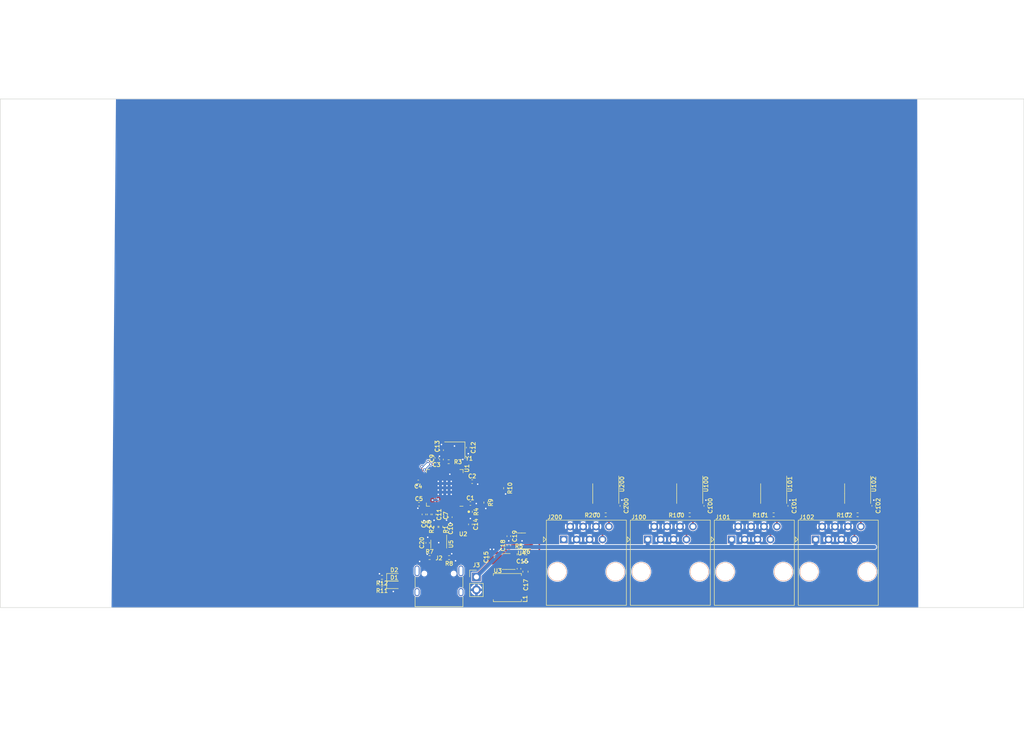
<source format=kicad_pcb>
(kicad_pcb (version 20221018) (generator pcbnew)
  (layers (0 "F.Cu" signal) (31 "B.Cu" signal) (34 "B.Paste" user) (35 "F.Paste" user) (36 "B.SilkS" user "B.Silkscreen") (37 "F.SilkS" user "F.Silkscreen") (38 "B.Mask" user) (39 "F.Mask" user) (44 "Edge.Cuts" user))
  (net 0 "")
  (net 1 "+3V3")
  (net 2 "GND")
  (net 3 "Net-(U4-BP)")
  (net 4 "+5V")
  (net 5 "Net-(D1-K)")
  (net 6 "/ACT1")
  (net 7 "Net-(D2-K)")
  (net 8 "/ACT2")
  (net 9 "/SWCLK")
  (net 10 "/SWDIO")
  (net 11 "Net-(J2-CC1)")
  (net 12 "/USB_RAW_D+")
  (net 13 "/USB_RAW_D-")
  (net 14 "Net-(J2-CC2)")
  (net 16 "VIN")
  (net 17 "/Out_01/DATA+")
  (net 18 "/Out_01/DATA-")
  (net 19 "/USB_D+")
  (net 20 "/USB_D-")
  (net 21 "/DE_IN")
  (net 22 "/DE_ALL")
  (net 23 "/DATA_IN")
  (net 24 "/DATA_00")
  (net 25 "/DATA_01")
  (net 26 "/DATA_02")
  (net 27 "/DATA_03")
  (net 28 "/DATA_04")
  (net 29 "/DATA_05")
  (net 30 "/DATA_06")
  (net 31 "/DATA_07")
  (net 32 "/DATA_08")
  (net 33 "/DATA_09")
  (net 34 "/DATA_10")
  (net 35 "/DATA_11")
  (net 36 "/DATA_12")
  (net 37 "/DATA_13")
  (net 38 "/DATA_14")
  (net 39 "/DATA_15")
  (net 40 "VCORE")
  (net 41 "Net-(U1-XIN)")
  (net 42 "Net-(C13-Pad2)")
  (net 43 "Net-(U3-BS)")
  (net 44 "Net-(U3-SW)")
  (net 45 "Net-(U1-USB_DP)")
  (net 46 "Net-(U1-USB_DM)")
  (net 47 "Net-(U1-XOUT)")
  (net 48 "/FLASH_CS")
  (net 49 "Net-(U3-FB)")
  (net 59 "/FLASH_D3")
  (net 60 "/FLASH_SCK")
  (net 61 "/FLASH_D0")
  (net 62 "/FLASH_D2")
  (net 63 "/FLASH_D1")
  (net 64 "/Out_00/DATA+")
  (net 65 "/Out_00/DATA-")
  (net 66 "/Out_02/DATA+")
  (net 67 "/Out_02/DATA-")
  (net 68 "/In_Conn/PWR")
  (net 69 "/In_Conn/DATA+")
  (net 70 "/In_Conn/DATA-")
  (footprint "Connector_RJ:RJ45_OST_PJ012-8P8CX_Vertical" (layer "F.Cu") (at 108.03 136.61)
    (fp_text reference "J200")
    (fp_text value "RJ45")
  )
  (footprint "Package_DFN_QFN:QFN-56-1EP_7x7mm_P0.4mm_EP3.2x3.2mm" (layer "F.Cu") (at 84.63 126.47 180)
    (fp_text reference "U1")
    (fp_text value "RP2040")
  )
  (footprint "Package_TO_SOT_SMD:SOT-23-6" (layer "F.Cu") (at 96.69 140.94 180)
    (fp_text reference "U3")
    (fp_text value "MT2492")
  )
  (footprint "Capacitor_SMD:C_0402_1005Metric" (layer "F.Cu") (at 84.01 119.06 -90)
    (fp_text reference "C13")
    (fp_text value "27p")
  )
  (footprint "Package_TO_SOT_SMD:SOT-23-5" (layer "F.Cu") (at 99.74 136.9 180)
    (fp_text reference "U4")
    (fp_text value "SPX3819M5-L-3-3")
  )
  (footprint "Capacitor_SMD:C_0402_1005Metric" (layer "F.Cu") (at 99.23 142.37 -90)
    (fp_text reference "C16")
    (fp_text value "22n")
  )
  (footprint "Resistor_SMD:R_0402_1005Metric" (layer "F.Cu") (at 89.66 131.17 90)
    (fp_text reference "R4")
    (fp_text value "100k")
  )
  (footprint "Capacitor_SMD:C_0402_1005Metric" (layer "F.Cu") (at 89.67 129.54)
    (fp_text reference "C1")
    (fp_text value "100n")
  )
  (footprint "Capacitor_SMD:C_0402_1005Metric" (layer "F.Cu") (at 135.97 130.01 90)
    (fp_text reference "C100")
    (fp_text value "100n")
  )
  (footprint "Capacitor_SMD:C_0402_1005Metric" (layer "F.Cu") (at 82.53 131.69 -90)
    (fp_text reference "C11")
    (fp_text value "1u")
  )
  (footprint "Resistor_SMD:R_0402_1005Metric" (layer "F.Cu") (at 82.92 134.13 90)
    (fp_text reference "R2")
    (fp_text value "22")
  )
  (footprint "LED_SMD:LED_0603_1608Metric" (layer "F.Cu") (at 74.7 144.05)
    (fp_text reference "D2")
    (fp_text value "Violet")
  )
  (footprint "Capacitor_SMD:C_0402_1005Metric" (layer "F.Cu") (at 152.48 130.01 90)
    (fp_text reference "C101")
    (fp_text value "100n")
  )
  (footprint "Connector_RJ:RJ45_OST_PJ012-8P8CX_Vertical" (layer "F.Cu") (at 141.05 136.61)
    (fp_text reference "J101")
    (fp_text value "RJ45")
  )
  (footprint "Crystal:Crystal_SMD_3225-4Pin_3.2x2.5mm" (layer "F.Cu") (at 86.6 119.09 180)
    (fp_text reference "Y1")
    (fp_text value "12MHz")
  )
  (footprint "Resistor_SMD:R_0402_1005Metric" (layer "F.Cu") (at 72.29 144.05 180)
    (fp_text reference "R12")
    (fp_text value "7.5k")
  )
  (footprint "Resistor_SMD:R_0402_1005Metric" (layer "F.Cu") (at 165.81 131.76 180)
    (fp_text reference "R102")
    (fp_text value "120")
  )
  (footprint "Capacitor_SMD:C_0402_1005Metric" (layer "F.Cu") (at 79.42 125.3 180)
    (fp_text reference "C4")
    (fp_text value "100n")
  )
  (footprint "Capacitor_SMD:C_0402_1005Metric" (layer "F.Cu") (at 90.02 125.24)
    (fp_text reference "C2")
    (fp_text value "100n")
  )
  (footprint "Resistor_SMD:R_0402_1005Metric" (layer "F.Cu") (at 85.49 140.18 180)
    (fp_text reference "R8")
    (fp_text value "5.1k")
  )
  (footprint "Case_footprints:TestPoints_1x04_P2.0" (layer "F.Cu") (at 73.52 148.05 180)
    (fp_text reference "J1" hide)
    (fp_text value "P2.00 01x04")
  )
  (footprint "Inductor_SMD:L_Changjiang_FNR5030S" (layer "F.Cu") (at 96.94 146.08)
    (fp_text reference "L1")
    (fp_text value "10u")
  )
  (footprint "Capacitor_SMD:C_0402_1005Metric" (layer "F.Cu") (at 85.72 132.23 -90)
    (fp_text reference "C10")
    (fp_text value "100n")
  )
  (footprint "Resistor_SMD:R_0402_1005Metric" (layer "F.Cu") (at 132.79 131.76 180)
    (fp_text reference "R100")
    (fp_text value "120")
  )
  (footprint "LED_SMD:LED_0603_1608Metric" (layer "F.Cu") (at 74.7 145.53)
    (fp_text reference "D1")
    (fp_text value "Pink")
  )
  (footprint "Package_SO:SOIC-8_3.9x4.9mm_P1.27mm" (layer "F.Cu") (at 165.82 127.59 -90)
    (fp_text reference "U102")
    (fp_text value "MAX487E")
  )
  (footprint "Resistor_SMD:R_0402_1005Metric" (layer "F.Cu") (at 100.68 140.02)
    (fp_text reference "R6")
    (fp_text value "22k")
  )
  (footprint "Resistor_SMD:R_0402_1005Metric" (layer "F.Cu") (at 81.65 140.18)
    (fp_text reference "R7")
    (fp_text value "5.1k")
  )
  (footprint "Capacitor_SMD:C_0402_1005Metric" (layer "F.Cu") (at 119.46 130.01 90)
    (fp_text reference "C200")
    (fp_text value "100n")
  )
  (footprint "Resistor_SMD:R_0402_1005Metric" (layer "F.Cu") (at 99.25 139.53 -90)
    (fp_text reference "R5")
    (fp_text value "100k")
  )
  (footprint "Capacitor_SMD:C_0402_1005Metric" (layer "F.Cu") (at 89.24 118.55 90)
    (fp_text reference "C12")
    (fp_text value "27p")
  )
  (footprint "Connector_PinHeader_2.54mm:PinHeader_1x02_P2.54mm_Vertical" (layer "F.Cu") (at 90.86 143.975)
    (fp_text reference "J3")
    (fp_text value "Conn_01x02")
  )
  (footprint "Resistor_SMD:R_0402_1005Metric" (layer "F.Cu") (at 72.29 145.53 180)
    (fp_text reference "R11")
    (fp_text value "7.5k")
  )
  (footprint "Capacitor_SMD:C_0402_1005Metric" (layer "F.Cu") (at 97.23 137.79 90)
    (fp_text reference "C18")
    (fp_text value "4.7u")
  )
  (footprint "Package_SO:SOIC-8_3.9x4.9mm_P1.27mm" (layer "F.Cu") (at 116.29 127.59 -90)
    (fp_text reference "U200")
    (fp_text value "MAX487E")
  )
  (footprint "Capacitor_SMD:C_0402_1005Metric" (layer "F.Cu") (at 81.29 137.28 90)
    (fp_text reference "C20")
    (fp_text value "100n")
  )
  (footprint "Connector_RJ:RJ45_OST_PJ012-8P8CX_Vertical" (layer "F.Cu") (at 157.56 136.61)
    (fp_text reference "J102")
    (fp_text value "RJ45")
  )
  (footprint "Resistor_SMD:R_0402_1005Metric" (layer "F.Cu") (at 92.7 129.36 -90)
    (fp_text reference "R9")
    (fp_text value "1M")
  )
  (footprint "Resistor_SMD:R_0402_1005Metric" (layer "F.Cu") (at 85.4 121.33 180)
    (fp_text reference "R3")
    (fp_text value "1k TBD")
  )
  (footprint "Package_SO:SOIC-8_3.9x4.9mm_P1.27mm" (layer "F.Cu") (at 149.31 127.59 -90)
    (fp_text reference "U101")
    (fp_text value "MAX487E")
  )
  (footprint "Package_TO_SOT_SMD:SOT-23-6" (layer "F.Cu") (at 83.45 137.52 -90)
    (fp_text reference "U5")
    (fp_text value "USBLC6-2SC6")
  )
  (footprint "W25Q16JVUXIQ:SON50P300X200X60-9N" (layer "F.Cu") (at 88.06 132.96 -90)
    (fp_text reference "U2")
    (fp_text value "W25Q16JVUXIQ" hide)
  )
  (footprint "Capacitor_SMD:C_0402_1005Metric" (layer "F.Cu") (at 168.99 130.01 90)
    (fp_text reference "C102")
    (fp_text value "100n")
  )
  (footprint "Capacitor_SMD:C_0402_1005Metric" (layer "F.Cu") (at 80.54 131.69 -90)
    (fp_text reference "C6")
    (fp_text value "100n")
  )
  (footprint "Capacitor_SMD:C_0402_1005Metric" (layer "F.Cu") (at 84.8 131.81 -90)
    (fp_text reference "C7")
    (fp_text value "100n")
  )
  (footprint "Capacitor_SMD:C_0402_1005Metric" (layer "F.Cu") (at 83.07 120.58 90)
    (fp_text reference "C9")
    (fp_text value "100n")
  )
  (footprint "Connector_RJ:RJ45_OST_PJ012-8P8CX_Vertical" (layer "F.Cu") (at 124.54 136.61)
    (fp_text reference "J100")
    (fp_text value "RJ45")
  )
  (footprint "Capacitor_SMD:C_0603_1608Metric" (layer "F.Cu") (at 100.5 142.94 90)
    (fp_text reference "C17")
    (fp_text value "22u")
  )
  (footprint "Capacitor_SMD:C_0402_1005Metric" (layer "F.Cu") (at 97.23 135.97 -90)
    (fp_text reference "C19")
    (fp_text value "10n")
  )
  (footprint "Resistor_SMD:R_0402_1005Metric" (layer "F.Cu") (at 83.87 134.13 90)
    (fp_text reference "R1")
    (fp_text value "22")
  )
  (footprint "Resistor_SMD:R_0402_1005Metric" (layer "F.Cu") (at 96.59 126.53 -90)
    (fp_text reference "R10")
    (fp_text value "1M")
  )
  (footprint "Capacitor_SMD:C_0402_1005Metric" (layer "F.Cu") (at 79.57 129.67 180)
    (fp_text reference "C5")
    (fp_text value "100n")
  )
  (footprint "Resistor_SMD:R_0402_1005Metric" (layer "F.Cu") (at 149.3 131.76 180)
    (fp_text reference "R101")
    (fp_text value "120")
  )
  (footprint "Capacitor_SMD:C_0603_1608Metric" (layer "F.Cu") (at 93.89 140.09 90)
    (fp_text reference "C15")
    (fp_text value "22u")
  )
  (footprint "Capacitor_SMD:C_0402_1005Metric" (layer "F.Cu") (at 83.99 120.89 90)
    (fp_text reference "C3")
    (fp_text value "100n")
  )
  (footprint "Capacitor_SMD:C_0402_1005Metric" (layer "F.Cu") (at 89.67 133.65 90)
    (fp_text reference "C14")
    (fp_text value "100n")
  )
  (footprint "Resistor_SMD:R_0402_1005Metric" (layer "F.Cu") (at 116.28 131.76 180)
    (fp_text reference "R200")
    (fp_text value "120")
  )
  (footprint "Connector_USB:USB_C_Receptacle_HRO_TYPE-C-31-M-12" (layer "F.Cu") (at 83.5 145.92)
    (fp_text reference "J2")
    (fp_text value "USB_C_Receptacle_USB2.0_14P")
  )
  (footprint "Package_SO:SOIC-8_3.9x4.9mm_P1.27mm" (layer "F.Cu") (at 132.8 127.59 -90)
    (fp_text reference "U100")
    (fp_text value "MAX487E")
  )
  (footprint "Capacitor_SMD:C_0402_1005Metric" (layer "F.Cu") (at 81.56 131.69 -90)
    (fp_text reference "C8")
    (fp_text value "1u")
  )
  (gr_rect (start -2.77 50) (end 198.5 150) (stroke (width 0.1)) (fill none) (layer "Edge.Cuts"))
  (segment (start 80.65 129.07) (end 81.1925 129.07) (width 0.3) (layer "F.Cu") (net 1))
  (segment (start 90.46 133.649999) (end 90.46 131.46) (width 0.4) (layer "F.Cu") (net 1))
  (segment (start 80.05 129.67) (end 80.65 129.07) (width 0.3) (layer "F.Cu") (net 1))
  (segment (start 81.93 125.67364) (end 81.72636 125.47) (width 0.3) (layer "F.Cu") (net 1))
  (segment (start 81.1925 125.47) (end 80.02 125.47) (width 0.3) (layer "F.Cu") (net 1))
  (segment (start 81.93 128.89) (end 82.22 128.89) (width 0.3) (layer "F.Cu") (net 1))
  (segment (start 89.12 129.47) (end 89.19 129.54) (width 0.3) (layer "F.Cu") (net 1))
  (segment (start 96.978528 138.27) (end 92.838528 134.13) (width 0.5) (layer "F.Cu") (net 1))
  (segment (start 84.8 131.33) (end 84.14 131.99) (width 0.2) (layer "F.Cu") (net 1))
  (segment (start 84.43 123.0325) (end 84.43 121.81) (width 0.3) (layer "F.Cu") (net 1))
  (segment (start 80.54 131.21) (end 76.52 135.23) (width 0.3) (layer "F.Cu") (net 1))
  (segment (start 81.65 131.21) (end 81.56 131.21) (width 0.2) (layer "F.Cu") (net 1))
  (segment (start 82.43 130.43) (end 81.65 131.21) (width 0.2) (layer "F.Cu") (net 1))
  (segment (start 89.41 129.76) (end 89.41 130.41) (width 0.4) (layer "F.Cu") (net 1))
  (segment (start 89.58 134.04) (end 88.98 134.04) (width 0.3) (layer "F.Cu") (net 1))
  (segment (start 98.6025 137.85) (end 97.79 137.85) (width 0.5) (layer "F.Cu") (net 1))
  (segment (start 97.37 138.27) (end 97.23 138.27) (width 0.5) (layer "F.Cu") (net 1))
  (segment (start 81.65565 125.47) (end 81.1925 125.47) (width 0.2) (layer "F.Cu") (net 1))
  (segment (start 81.29 130.46) (end 80.54 131.21) (width 0.2) (layer "F.Cu") (net 1))
  (segment (start 82.03 130.23) (end 81.8 130.46) (width 0.2) (layer "F.Cu") (net 1))
  (segment (start 86.91435 124.78) (end 87.60435 125.47) (width 0.2) (layer "F.Cu") (net 1))
  (segment (start 80.54 131.21) (end 81.56 131.21) (width 0.4) (layer "F.Cu") (net 1))
  (segment (start 82.83 123.56636) (end 82.62636 123.77) (width 0.3) (layer "F.Cu") (net 1))
  (segment (start 89.67 134.81) (end 89.67 134.13) (width 0.2) (layer "F.Cu") (net 1))
  (segment (start 86.676116 135.66) (end 88.82 135.66) (width 0.2) (layer "F.Cu") (net 1))
  (segment (start 84.43 123.0325) (end 84.43 123.49565) (width 0.3) (layer "F.Cu") (net 1))
  (segment (start 81.8 130.46) (end 81.29 130.46) (width 0.2) (layer "F.Cu") (net 1))
  (segment (start 80.05 130.72) (end 80.54 131.21) (width 0.4) (layer "F.Cu") (net 1))
  (segment (start 84.8 131.33) (end 84.43 130.96) (width 0.2) (layer "F.Cu") (net 1))
  (segment (start 90.940001 134.13) (end 91.18 134.13) (width 0.4) (layer "F.Cu") (net 1))
  (segment (start 81.88 125.24565) (end 81.65565 125.47) (width 0.2) (layer "F.Cu") (net 1))
  (segment (start 81.75 129.07) (end 81.93 128.89) (width 0.3) (layer "F.Cu") (net 1))
  (segment (start 84.43 123.49565) (end 84.66435 123.73) (width 0.2) (layer "F.Cu") (net 1))
  (segment (start 88.81 134.21) (end 88.81 134.36) (width 0.3) (layer "F.Cu") (net 1))
  (segment (start 87.4 129.07) (end 88.0675 129.07) (width 0.3) (layer "F.Cu") (net 1))
  (segment (start 92.838528 134.13) (end 91.18 134.13) (width 0.5) (layer "F.Cu") (net 1))
  (segment (start 81.1925 129.07) (end 81.75 129.07) (width 0.3) (layer "F.Cu") (net 1))
  (segment (start 84.43 130.96) (end 84.43 129.9075) (width 0.2) (layer "F.Cu") (net 1))
  (segment (start 90.46 131.46) (end 89.66 130.66) (width 0.4) (layer "F.Cu") (net 1))
  (segment (start 84.03 130.85) (end 84.14 130.96) (width 0.2) (layer "F.Cu") (net 1))
  (segment (start 82.229876 123.77) (end 82.08 123.919876) (width 0.3) (layer "F.Cu") (net 1))
  (segment (start 90.46 133.649999) (end 90.940001 134.13) (width 0.4) (layer "F.Cu") (net 1))
  (segment (start 84.44 133.423884) (end 86.676116 135.66) (width 0.2) (layer "F.Cu") (net 1))
  (segment (start 82.22 128.89) (end 82.23 128.88) (width 0.3) (layer "F.Cu") (net 1))
  (segment (start 82.62636 123.77) (end 82.229876 123.77) (width 0.3) (layer "F.Cu") (net 1))
  (segment (start 88.0675 129.07) (end 88.72 129.07) (width 0.3) (layer "F.Cu") (net 1))
  (segment (start 89.979999 134.13) (end 89.67 134.13) (width 0.4) (layer "F.Cu") (net 1))
  (segment (start 76.52 135.23) (end 76.52 148.05) (width 0.3) (layer "F.Cu") (net 1))
  (segment (start 97.79 137.85) (end 97.37 138.27) (width 0.5) (layer "F.Cu") (net 1))
  (segment (start 89.41 130.41) (end 89.66 130.66) (width 0.4) (layer "F.Cu") (net 1))
  (segment (start 84.14 130.96) (end 84.43 130.96) (width 0.2) (layer "F.Cu") (net 1))
  (segment (start 82.03 129.9075) (end 82.03 130.23) (width 0.2) (layer "F.Cu") (net 1))
  (segment (start 80.05 129.67) (end 80.05 130.72) (width 0.4) (layer "F.Cu") (net 1))
  (segment (start 84.14 132.72) (end 84.44 133.02) (width 0.2) (layer "F.Cu") (net 1))
  (segment (start 84.14 131.99) (end 84.14 132.72) (width 0.2) (layer "F.Cu") (net 1))
  (segment (start 88.72 129.07) (end 89.19 129.54) (width 0.3) (layer "F.Cu") (net 1))
  (segment (start 82.43 129.9075) (end 82.43 130.43) (width 0.2) (layer "F.Cu") (net 1))
  (segment (start 97.23 138.27) (end 96.978528 138.27) (width 0.5) (layer "F.Cu") (net 1))
  (segment (start 88.82 135.66) (end 89.67 134.81) (width 0.2) (layer "F.Cu") (net 1))
  (segment (start 84.43 121.81) (end 83.99 121.37) (width 0.3) (layer "F.Cu") (net 1))
  (segment (start 91.18 134.13) (end 89.67 134.13) (width 0.5) (layer "F.Cu") (net 1))
  (segment (start 89.19 129.54) (end 89.41 129.76) (width 0.4) (layer "F.Cu") (net 1))
  (segment (start 87.57 125.47) (end 89.31 125.47) (width 0.3) (layer "F.Cu") (net 1))
  (segment (start 81.72636 125.47) (end 81.1925 125.47) (width 0.3) (layer "F.Cu") (net 1))
  (segment (start 87.60435 125.47) (end 87.13364 125.94071) (width 0.2) (layer "F.Cu") (net 1))
  (segment (start 82.83 123.0325) (end 82.83 123.56636) (width 0.3) (layer "F.Cu") (net 1))
  (segment (start 84.43 123.49565) (end 84.43 123.6) (width 0.2) (layer "F.Cu") (net 1))
  (segment (start 89.31 125.47) (end 89.54 125.24) (width 0.3) (layer "F.Cu") (net 1))
  (segment (start 90.46 133.649999) (end 89.979999 134.13) (width 0.4) (layer "F.Cu") (net 1))
  (segment (start 88.98 134.04) (end 88.81 134.21) (width 0.3) (layer "F.Cu") (net 1))
  (segment (start 87.60435 125.47) (end 88.0675 125.47) (width 0.2) (layer "F.Cu") (net 1))
  (segment (start 87.60435 129.07) (end 88.0675 129.07) (width 0.2) (layer "F.Cu") (net 1))
  (segment (start 84.44 133.02) (end 84.44 133.423884) (width 0.2) (layer "F.Cu") (net 1))
  (segment (start 84.43 123.6) (end 84.15 123.88) (width 0.2) (layer "F.Cu") (net 1))
  (segment (start 89.67 134.13) (end 89.58 134.04) (width 0.3) (layer "F.Cu") (net 1))
  (segment (start 84.03 129.9075) (end 84.03 130.85) (width 0.2) (layer "F.Cu") (net 1))
  (via (at 83.33 128.67) (size 0.6) (drill 0.3) (layers "F.Cu" "B.Cu") (net 1))
  (via (at 82.23 128.88) (size 0.6) (drill 0.3) (layers "F.Cu" "B.Cu") (net 1))
  (segment (start 83.12 128.88) (end 82.23 128.88) (width 0.4) (layer "B.Cu") (net 1))
  (segment (start 83.34 128.68) (end 83.33 128.67) (width 0.4) (layer "B.Cu") (net 1))
  (segment (start 83.33 128.67) (end 83.12 128.88) (width 0.4) (layer "B.Cu") (net 1))
  (segment (start 93.59 138.55) (end 93.59 139.015) (width 0.75) (layer "F.Cu") (net 2))
  (segment (start 74.52 146.84) (end 74.52 148.05) (width 0.2) (layer "F.Cu") (net 2))
  (segment (start 168.99 128.89) (end 168.99 129.53) (width 0.3) (layer "F.Cu") (net 2))
  (segment (start 88.74 119.03) (end 87.83 119.94) (width 0.2) (layer "F.Cu") (net 2))
  (segment (start 130.895 130.065) (end 130.895 131.425) (width 0.3) (layer "F.Cu") (net 2))
  (segment (start 169 128.88) (end 168.99 128.89) (width 0.3) (layer "F.Cu") (net 2))
  (segment (start 91.104724 125.740212) (end 91.070212 125.740212) (width 0.3) (layer "F.Cu") (net 2))
  (segment (start 79.15 125.56) (end 78.99 125.4) (width 0.2) (layer "F.Cu") (net 2))
  (segment (start 89.67 133.17) (end 89.67 132.5) (width 0.3) (layer "F.Cu") (net 2))
  (segment (start 96.59 127.04) (end 96.59 127.67) (width 0.15) (layer "F.Cu") (net 2))
  (segment (start 84.8 132.29) (end 84.8 132.63) (width 0.2) (layer "F.Cu") (net 2))
  (segment (start 89.24 119.03) (end 88.74 119.03) (width 0.2) (layer "F.Cu") (net 2))
  (segment (start 85.16 118.58) (end 85.5 118.24) (width 0.2) (layer "F.Cu") (net 2))
  (segment (start 81.29 136.8) (end 81.29 136.19) (width 0.3) (layer "F.Cu") (net 2))
  (segment (start 152.48 128.89) (end 152.48 129.53) (width 0.3) (layer "F.Cu") (net 2))
  (segment (start 99.84 136.9) (end 100.8775 136.9) (width 0.5) (layer "F.Cu") (net 2))
  (segment (start 80.25 141.49) (end 79.69 140.93) (width 0.4) (layer "F.Cu") (net 2))
  (segment (start 97.165001 140.94) (end 97.8275 140.94) (width 0.5) (layer "F.Cu") (net 2))
  (segment (start 88.18 120.42) (end 88.18 120.88) (width 0.2) (layer "F.Cu") (net 2))
  (segment (start 99.83 136.89) (end 99.84 136.9) (width 0.3) (layer "F.Cu") (net 2))
  (segment (start 93.915 139.29) (end 96.296974 139.29) (width 0.5) (layer "F.Cu") (net 2))
  (segment (start 97.21 136.89) (end 97.23 136.87) (width 0.3) (layer "F.Cu") (net 2))
  (segment (start 80.54 132.17) (end 80.54 132.9) (width 0.2) (layer "F.Cu") (net 2))
  (segment (start 78.99 125.4) (end 78.94 125.4) (width 0.2) (layer "F.Cu") (net 2))
  (segment (start 96.615 140.389999) (end 97.165001 140.94) (width 0.5) (layer "F.Cu") (net 2))
  (segment (start 163.915 131.425) (end 163.91 131.43) (width 0.3) (layer "F.Cu") (net 2))
  (segment (start 84.01 118.58) (end 85.16 118.58) (width 0.2) (layer "F.Cu") (net 2))
  (segment (start 83.61 120.05) (end 83.12 120.05) (width 0.2) (layer "F.Cu") (net 2))
  (segment (start 81.14 140.18) (end 81.14 139.55853) (width 0.3) (layer "F.Cu") (net 2))
  (segment (start 94.25 138.955) (end 93.89 139.315) (width 0.75) (layer "F.Cu") (net 2))
  (segment (start 79.34 130.47) (end 79.34 130.02) (width 0.2) (layer "F.Cu") (net 2))
  (segment (start 97.23 136.87) (end 97.23 136.45) (width 0.3) (layer "F.Cu") (net 2))
  (segment (start 97.23 137.31) (end 97.23 136.91) (width 0.3) (layer "F.Cu") (net 2))
  (segment (start 90.82 129.54) (end 90.15 129.54) (width 0.3) (layer "F.Cu") (net 2))
  (segment (start 119.47 128.88) (end 119.46 128.89) (width 0.3) (layer "F.Cu") (net 2))
  (segment (start 79.34 130.02) (end 79.09 129.77) (width 0.2) (layer "F.Cu") (net 2))
  (segment (start 97.23 136.91) (end 97.21 136.89) (width 0.3) (layer "F.Cu") (net 2))
  (segment (start 147.405 131.425) (end 147.4 131.43) (width 0.3) (layer "F.Cu") (net 2))
  (segment (start 119.46 128.89) (end 119.46 129.53) (width 0.3) (layer "F.Cu") (net 2))
  (segment (start 92.7 129.87) (end 92.7 130.52) (width 0.15) (layer "F.Cu") (net 2))
  (segment (start 93.59 138.55) (end 94.24 138.55) (width 0.75) (layer "F.Cu") (net 2))
  (segment (start 89.24 119.73) (end 89.24 119.03) (width 0.2) (layer "F.Cu") (net 2))
  (segment (start 81.29 136.19) (end 81.28 136.18) (width 0.3) (layer "F.Cu") (net 2))
  (segment (start 135.97 128.89) (end 135.97 129.53) (width 0.3) (layer "F.Cu") (net 2))
  (segment (start 85.5 118.24) (end 86.54 118.24) (width 0.2) (layer "F.Cu") (net 2))
  (segment (start 114.385 130.065) (end 114.385 131.425) (width 0.3) (layer "F.Cu") (net 2))
  (segment (start 83.45 137.23) (end 83.45 136.3825) (width 0.3) (layer "F.Cu") (net 2))
  (segment (start 94.24 138.55) (end 94.25 138.56) (width 0.75) (layer "F.Cu") (net 2))
  (segment (start 71.78 144.05) (end 71.78 143.37) (width 0.15) (layer "F.Cu") (net 2))
  (segment (start 86 140.18) (end 86 139.42) (width 0.3) (layer "F.Cu") (net 2))
  (segment (start 89.67 133.17) (end 89.09 133.17) (width 0.3) (layer "F.Cu") (net 2))
  (segment (start 90.83 129.55) (end 90.82 129.54) (width 0.3) (layer "F.Cu") (net 2))
  (segment (start 96.296974 139.29) (end 96.615 139.608026) (width 0.5) (layer "F.Cu") (net 2))
  (segment (start 114.385 131.425) (end 114.38 131.43) (width 0.3) (layer "F.Cu") (net 2))
  (segment (start 71.78 145.53) (end 71.78 144.85) (width 0.15) (layer "F.Cu") (net 2))
  (segment (start 85.63 123.778436) (end 85.630031 123.778467) (width 0.2) (layer "F.Cu") (net 2))
  (segment (start 85.63 123.0325) (end 85.63 123.778436) (width 0.2) (layer "F.Cu") (net 2))
  (segment (start 90.57 125.24) (end 90.5 125.24) (width 0.3) (layer "F.Cu") (net 2))
  (segment (start 147.405 130.065) (end 147.405 131.425) (width 0.3) (layer "F.Cu") (net 2))
  (segment (start 83.59 120.25) (end 83.56 120.28) (width 0.2) (layer "F.Cu") (net 2))
  (segment (start 163.915 130.065) (end 163.915 131.425) (width 0.3) (layer "F.Cu") (net 2))
  (segment (start 83.983909 117.943909) (end 84.01 117.97) (width 0.2) (layer "F.Cu") (net 2))
  (segment (start 83.44 137.24) (end 83.45 137.23) (width 0.3) (layer "F.Cu") (net 2))
  (segment (start 79.15 125.99) (end 79.15 125.56) (width 0.2) (layer "F.Cu") (net 2))
  (segment (start 84.8 132.63) (end 84.98 132.81) (width 0.2) (layer "F.Cu") (net 2))
  (segment (start 80.25 141.875) (end 80.25 141.49) (width 0.4) (layer "F.Cu") (net 2))
  (segment (start 82.53 132.17) (end 82.53 132.845) (width 0.2) (layer "F.Cu") (net 2))
  (segment (start 91.070212 125.740212) (end 90.57 125.24) (width 0.3) (layer "F.Cu") (net 2))
  (segment (start 81.14 139.55853) (end 81.184265 139.514265) (width 0.3) (layer "F.Cu") (net 2))
  (segment (start 84.01 117.97) (end 84.01 118.58) (width 0.2) (layer "F.Cu") (net 2))
  (segment (start 93.59 139.015) (end 93.89 139.315) (width 0.75) (layer "F.Cu") (net 2))
  (segment (start 93.89 139.315) (end 93.915 139.29) (width 0.5) (layer "F.Cu") (net 2))
  (segment (start 97.8275 140.94) (end 101.24 140.94) (width 0.5) (layer "F.Cu") (net 2))
  (segment (start 130.895 131.425) (end 130.89 131.43) (width 0.3) (layer "F.Cu") (net 2))
  (segment (start 94.25 138.56) (end 94.25 138.955) (width 0.75) (layer "F.Cu") (net 2))
  (segment (start 135.98 128.88) (end 135.97 128.89) (width 0.3) (layer "F.Cu") (net 2))
  (segment (start 86.75 141.875) (end 86.75 140.81) (width 0.4) (layer "F.Cu") (net 2))
  (segment (start 83.56 120.28) (end 83.07 120.28) (width 0.2) (layer "F.Cu") (net 2))
  (segment (start 85.72 132.71) (end 85.72 133.36) (width 0.2) (layer "F.Cu") (net 2))
  (segment (start 96.615 139.608026) (end 96.615 140.389999) (width 0.5) (layer "F.Cu") (net 2))
  (segment (start 81.56 132.17) (end 81.56 132.9) (width 0.2) (layer "F.Cu") (net 2))
  (segment (start 152.49 128.88) (end 152.48 128.89) (width 0.3) (layer "F.Cu") (net 2))
  (segment (start 71.78 143.37) (end 71.79 143.36) (width 0.15) (layer "F.Cu") (net 2))
  (via (at 83.36 127.74) (size 0.6) (drill 0.3) (layers "F.Cu" "B.Cu") (net 2))
  (via (at 97.21 136.89) (size 0.6) (drill 0.3) (layers "F.Cu" "B.Cu") (net 2))
  (via (at 85.91 125.19) (size 0.6) (drill 0.3) (layers "F.Cu" "B.Cu") (net 2))
  (via (at 84.21 125.19) (size 0.6) (drill 0.3) (layers "F.Cu" "B.Cu") (net 2))
  (via (at 100.16 141.01) (size 0.6) (drill 0.3) (layers "F.Cu" "B.Cu") (net 2))
  (via (at 83.36 125.19) (size 0.6) (drill 0.3) (layers "F.Cu" "B.Cu") (net 2))
  (via (at 89.67 132.5) (size 0.6) (drill 0.3) (layers "F.Cu" "B.Cu") (net 2))
  (via (at 83.44 137.24) (size 0.6) (drill 0.3) (layers "F.Cu" "B.Cu") (net 2))
  (via (at 83.36 126.89) (size 0.6) (drill 0.3) (layers "F.Cu" "B.Cu") (net 2))
  (via (at 74.52 146.84) (size 0.6) (drill 0.3) (layers "F.Cu" "B.Cu") (net 2))
  (via (at 79.69 140.93) (size 0.6) (drill 0.3) (layers "F.Cu" "B.Cu") (net 2))
  (via (at 83.983909 117.943909) (size 0.6) (drill 0.3) (layers "F.Cu" "B.Cu") (net 2))
  (via (at 85.91 126.04) (size 0.6) (drill 0.3) (layers "F.Cu" "B.Cu") (net 2))
  (via (at 81.28 136.18) (size 0.6) (drill 0.3) (layers "F.Cu" "B.Cu") (net 2))
  (via (at 86.75 140.81) (size 0.6) (drill 0.3) (layers "F.Cu" "B.Cu") (net 2))
  (via (at 147.4 131.43) (size 0.6) (drill 0.3) (layers "F.Cu" "B.Cu") (net 2))
  (via (at 94.25 138.56) (size 0.6) (drill 0.3) (layers "F.Cu" "B.Cu") (net 2))
  (via (at 93.59 138.55) (size 0.6) (drill 0.3) (layers "F.Cu" "B.Cu") (net 2))
  (via (at 99.83 136.89) (size 0.6) (drill 0.3) (layers "F.Cu" "B.Cu") (net 2))
  (via (at 84.98 132.81) (size 0.6) (drill 0.3) (layers "F.Cu" "B.Cu") (net 2))
  (via (at 88.18 120.88) (size 0.6) (drill 0.3) (layers "F.Cu" "B.Cu") (net 2))
  (via (at 85.06 127.74) (size 0.6) (drill 0.3) (layers "F.Cu" "B.Cu") (net 2))
  (via (at 92.7 130.52) (size 0.6) (drill 0.3) (layers "F.Cu" "B.Cu") (net 2))
  (via (at 85.91 127.74) (size 0.6) (drill 0.3) (layers "F.Cu" "B.Cu") (net 2))
  (via (at 86.54 118.24) (size 0.6) (drill 0.3) (layers "F.Cu" "B.Cu") (net 2))
  (via (at 83.36 126.04) (size 0.6) (drill 0.3) (layers "F.Cu" "B.Cu") (net 2))
  (via (at 81.56 132.9) (size 0.6) (drill 0.3) (layers "F.Cu" "B.Cu") (net 2))
  (via (at 89.26 119.75) (size 0.6) (drill 0.3) (layers "F.Cu" "B.Cu") (net 2))
  (via (at 79.15 125.99) (size 0.6) (drill 0.3) (layers "F.Cu" "B.Cu") (net 2))
  (via (at 84.21 127.74) (size 0.6) (drill 0.3) (layers "F.Cu" "B.Cu") (net 2))
  (via (at 100.96 141.01) (size 0.6) (drill 0.3) (layers "F.Cu" "B.Cu") (net 2))
  (via (at 83.59 120.25) (size 0.6) (drill 0.3) (layers "F.Cu" "B.Cu") (net 2))
  (via (at 84.21 126.04) (size 0.6) (drill 0.3) (layers "F.Cu" "B.Cu") (net 2))
  (via (at 90.83 129.55) (size 0.6) (drill 0.3) (layers "F.Cu" "B.Cu") (net 2))
  (via (at 119.47 128.88) (size 0.6) (drill 0.3) (layers "F.Cu" "B.Cu") (net 2))
  (via (at 96.59 127.67) (size 0.6) (drill 0.3) (layers "F.Cu" "B.Cu") (net 2))
  (via (at 85.91 126.89) (size 0.6) (drill 0.3) (layers "F.Cu" "B.Cu") (net 2))
  (via (at 82.53 132.845) (size 0.6) (drill 0.3) (layers "F.Cu" "B.Cu") (net 2))
  (via (at 114.38 131.43) (size 0.6) (drill 0.3) (layers "F.Cu" "B.Cu") (net 2))
  (via (at 79.34 130.47) (size 0.6) (drill 0.3) (layers "F.Cu" "B.Cu") (net 2))
  (via (at 81.184265 139.514265) (size 0.6) (drill 0.3) (layers "F.Cu" "B.Cu") (net 2))
  (via (at 71.79 144.84) (size 0.6) (drill 0.3) (layers "F.Cu" "B.Cu") (net 2))
  (via (at 163.91 131.43) (size 0.6) (drill 0.3) (layers "F.Cu" "B.Cu") (net 2))
  (via (at 85.72 133.36) (size 0.6) (drill 0.3) (layers "F.Cu" "B.Cu") (net 2))
  (via (at 85.630031 123.778467) (size 0.6) (drill 0.3) (layers "F.Cu" "B.Cu") (net 2))
  (via (at 85.06 125.19) (size 0.6) (drill 0.3) (layers "F.Cu" "B.Cu") (net 2))
  (via (at 130.89 131.43) (size 0.6) (drill 0.3) (layers "F.Cu" "B.Cu") (net 2))
  (via (at 169 128.88) (size 0.6) (drill 0.3) (layers "F.Cu" "B.Cu") (net 2))
  (via (at 85.06 126.89) (size 0.6) (drill 0.3) (layers "F.Cu" "B.Cu") (net 2))
  (via (at 135.98 128.88) (size 0.6) (drill 0.3) (layers "F.Cu" "B.Cu") (net 2))
  (via (at 86 139.42) (size 0.6) (drill 0.3) (layers "F.Cu" "B.Cu") (net 2))
  (via (at 85.06 126.04) (size 0.6) (drill 0.3) (layers "F.Cu" "B.Cu") (net 2))
  (via (at 152.49 128.88) (size 0.6) (drill 0.3) (layers "F.Cu" "B.Cu") (net 2))
  (via (at 80.54 132.9) (size 0.6) (drill 0.3) (layers "F.Cu" "B.Cu") (net 2))
  (via (at 91.104724 125.740212) (size 0.6) (drill 0.3) (layers "F.Cu" "B.Cu") (net 2))
  (via (at 71.79 143.36) (size 0.6) (drill 0.3) (layers "F.Cu" "B.Cu") (net 2))
  (via (at 84.21 126.89) (size 0.6) (drill 0.3) (layers "F.Cu" "B.Cu") (net 2))
  (segment (start 98.6025 135.95) (end 97.807556 135.95) (width 0.5) (layer "F.Cu") (net 3))
  (segment (start 97.347556 135.49) (end 97.23 135.49) (width 0.5) (layer "F.Cu") (net 3))
  (segment (start 97.807556 135.95) (end 97.347556 135.49) (width 0.5) (layer "F.Cu") (net 3))
  (segment (start 99.25 139.02) (end 96.88 139.02) (width 0.4) (layer "F.Cu") (net 4))
  (segment (start 119.46 130.49) (end 120.12 129.83) (width 0.3) (layer "F.Cu") (net 4))
  (segment (start 83.45 138.6575) (end 83.45 138.304448) (width 0.3) (layer "F.Cu") (net 4))
  (segment (start 151.52 130.49) (end 151.22 130.79) (width 0.3) (layer "F.Cu") (net 4))
  (segment (start 119.46 130.49) (end 118.5 130.49) (width 0.3) (layer "F.Cu") (net 4))
  (segment (start 151.215 130.185) (end 151.215 130.065) (width 0.3) (layer "F.Cu") (net 4))
  (segment (start 101.371974 135.95) (end 100.8775 135.95) (width 0.5) (layer "F.Cu") (net 4))
  (segment (start 101.89 139.639654) (end 101.89 142.325) (width 0.5) (layer "F.Cu") (net 4))
  (segment (start 82.861262 137.645) (end 81.405 137.645) (width 0.4) (layer "F.Cu") (net 4))
  (segment (start 152.48 130.49) (end 151.52 130.49) (width 0.3) (layer "F.Cu") (net 4))
  (segment (start 134.705 130.185) (end 134.705 130.065) (width 0.3) (layer "F.Cu") (net 4))
  (segment (start 101.94 137.281974) (end 101.94 136.518026) (width 0.5) (layer "F.Cu") (net 4))
  (segment (start 101.94 136.518026) (end 101.371974 135.95) (width 0.5) (layer "F.Cu") (net 4))
  (segment (start 136.63 129.83) (end 136.63 128.2) (width 0.3) (layer "F.Cu") (net 4))
  (segment (start 118.195 130.185) (end 118.195 130.065) (width 0.3) (layer "F.Cu") (net 4))
  (segment (start 118.5 130.49) (end 118.195 130.185) (width 0.3) (layer "F.Cu") (net 4))
  (segment (start 151.52 130.49) (end 151.215 130.185) (width 0.3) (layer "F.Cu") (net 4))
  (segment (start 83.45 138.304448) (end 83.45 138.233738) (width 0.4) (layer "F.Cu") (net 4))
  (segment (start 81.405 137.645) (end 80.52 138.53) (width 0.4) (layer "F.Cu") (net 4))
  (segment (start 101.270346 137.900346) (end 101.27 137.9) (width 0.3) (layer "F.Cu") (net 4))
  (segment (start 120.12 129.83) (end 120.12 128.2) (width 0.3) (layer "F.Cu") (net 4))
  (segment (start 96.88 139.02) (end 95.41 137.55) (width 0.4) (layer "F.Cu") (net 4))
  (segment (start 99.25 139.02) (end 101.270346 139.02) (width 0.5) (layer "F.Cu") (net 4))
  (segment (start 85.95 142.57) (end 85.95 141.875) (width 0.4) (layer "F.Cu") (net 4))
  (segment (start 153.14 129.83) (end 153.14 128.2) (width 0.3) (layer "F.Cu") (net 4))
  (segment (start 168.99 130.49) (end 169.65 129.83) (width 0.3) (layer "F.Cu") (net 4))
  (segment (start 135.97 130.49) (end 135.01 130.49) (width 0.3) (layer "F.Cu") (net 4))
  (segment (start 95.41 137.55) (end 84.133738 137.55) (width 0.4) (layer "F.Cu") (net 4))
  (segment (start 101.270346 139.02) (end 101.89 139.639654) (width 0.5) (layer "F.Cu") (net 4))
  (segment (start 83.45 138.233738) (end 82.861262 137.645) (width 0.4) (layer "F.Cu") (net 4))
  (segment (start 110.695 129.035) (end 113.425 129.035) (width 0.3) (layer "F.Cu") (net 4))
  (segment (start 103.23 136.5) (end 110.695 129.035) (width 0.3) (layer "F.Cu") (net 4))
  (segment (start 84.133738 137.55) (end 83.45 138.233738) (width 0.4) (layer "F.Cu") (net 4))
  (segment (start 101.371974 137.85) (end 101.94 137.281974) (width 0.5) (layer "F.Cu") (net 4))
  (segment (start 101.89 142.325) (end 100.5 143.715) (width 0.5) (layer "F.Cu") (net 4))
  (segment (start 167.725 130.185) (end 167.725 130.065) (width 0.3) (layer "F.Cu") (net 4))
  (segment (start 80.52 140.61) (end 81.05 141.14) (width 0.4) (layer "F.Cu") (net 4))
  (segment (start 102.62 144.37) (end 103.23 143.76) (width 0.3) (layer "F.Cu") (net 4))
  (segment (start 100.8775 137.85) (end 101.371974 137.85) (width 0.5) (layer "F.Cu") (net 4))
  (segment (start 103.23 143.76) (end 103.23 136.5) (width 0.3) (layer "F.Cu") (net 4))
  (segment (start 118.5 130.49) (end 118.2 130.79) (width 0.3) (layer "F.Cu") (net 4))
  (segment (start 168.03 130.49) (end 167.73 130.79) (width 0.3) (layer "F.Cu") (net 4))
  (segment (start 168.99 130.49) (end 168.03 130.49) (width 0.3) (layer "F.Cu") (net 4))
  (segment (start 81.89 143.4) (end 85.12 143.4) (width 0.4) (layer "F.Cu") (net 4))
  (segment (start 101.270346 139.02) (end 101.270346 137.900346) (width 0.5) (layer "F.Cu") (net 4))
  (segment (start 135.01 130.49) (end 134.71 130.79) (width 0.3) (layer "F.Cu") (net 4))
  (segment (start 80.52 138.53) (end 80.52 140.61) (width 0.4) (layer "F.Cu") (net 4))
  (segment (start 83.45 138.233738) (end 83.45 138.6575) (width 0.4) (layer "F.Cu") (net 4))
  (segment (start 81.05 141.14) (end 81.05 141.875) (width 0.4) (layer "F.Cu") (net 4))
  (segment (start 81.05 142.56) (end 81.89 143.4) (width 0.4) (layer "F.Cu") (net 4))
  (segment (start 85.12 143.4) (end 85.95 142.57) (width 0.4) (layer "F.Cu") (net 4))
  (segment (start 168.03 130.49) (end 167.725 130.185) (width 0.3) (layer "F.Cu") (net 4))
  (segment (start 169.65 129.83) (end 169.65 128.2) (width 0.3) (layer "F.Cu") (net 4))
  (segment (start 101.71 144.37) (end 102.62 144.37) (width 0.3) (layer "F.Cu") (net 4))
  (segment (start 113.425 129.035) (end 114.34 128.12) (width 0.3) (layer "F.Cu") (net 4))
  (segment (start 81.05 141.875) (end 81.05 142.56) (width 0.4) (layer "F.Cu") (net 4))
  (segment (start 114.34 128.12) (end 173.54 128.12) (width 0.3) (layer "F.Cu") (net 4))
  (segment (start 135.01 130.49) (end 134.705 130.185) (width 0.3) (layer "F.Cu") (net 4))
  (segment (start 152.48 130.49) (end 153.14 129.83) (width 0.3) (layer "F.Cu") (net 4))
  (segment (start 135.97 130.49) (end 136.63 129.83) (width 0.3) (layer "F.Cu") (net 4))
  (segment (start 72.8 145.53) (end 73.9125 145.53) (width 0.15) (layer "F.Cu") (net 5))
  (segment (start 79.235668 128.27) (end 74.825 132.680668) (width 0.15) (layer "F.Cu") (net 6))
  (segment (start 81.1925 128.27) (end 79.235668 128.27) (width 0.15) (layer "F.Cu") (net 6))
  (segment (start 74.825 144.8675) (end 75.4875 145.53) (width 0.15) (layer "F.Cu") (net 6))
  (segment (start 74.825 132.680668) (end 74.825 144.8675) (width 0.15) (layer "F.Cu") (net 6))
  (segment (start 72.8 144.05) (end 73.9125 144.05) (width 0.15) (layer "F.Cu") (net 7))
  (segment (start 75.4875 132.442432) (end 75.4875 144.05) (width 0.15) (layer "F.Cu") (net 8))
  (segment (start 79.259932 128.67) (end 81.1925 128.67) (width 0.15) (layer "F.Cu") (net 8))
  (segment (start 75.4875 132.442432) (end 79.259932 128.67) (width 0.15) (layer "F.Cu") (net 8))
  (segment (start 71.595 148.975) (end 72.52 148.05) (width 0.15) (layer "F.Cu") (net 9))
  (segment (start 82.329264 121.27) (end 83.63 122.570736) (width 0.15) (layer "F.Cu") (net 9))
  (segment (start 69.57 133.415668) (end 69.57 148.408148) (width 0.15) (layer "F.Cu") (net 9))
  (segment (start 83.63 122.570736) (end 83.63 123.0325) (width 0.15) (layer "F.Cu") (net 9))
  (segment (start 69.57 148.408148) (end 70.136852 148.975) (width 0.15) (layer "F.Cu") (net 9))
  (segment (start 81.36 121.27) (end 82.329264 121.27) (width 0.15) (layer "F.Cu") (net 9))
  (segment (start 80.098536 122.887132) (end 69.57 133.415668) (width 0.15) (layer "F.Cu") (net 9))
  (segment (start 80.098536 122.278153) (end 80.098536 122.887132) (width 0.15) (layer "F.Cu") (net 9))
  (segment (start 70.136852 148.975) (end 71.595 148.975) (width 0.15) (layer "F.Cu") (net 9))
  (via (at 80.098536 122.278153) (size 0.6) (drill 0.3) (layers "F.Cu" "B.Cu") (net 9))
  (via (at 81.36 121.27) (size 0.6) (drill 0.3) (layers "F.Cu" "B.Cu") (net 9))
  (segment (start 80.351847 122.278153) (end 80.098536 122.278153) (width 0.15) (layer "B.Cu") (net 9))
  (segment (start 81.36 121.27) (end 80.351847 122.278153) (width 0.15) (layer "B.Cu") (net 9))
  (segment (start 80.471644 122.938288) (end 70.52 132.889932) (width 0.15) (layer "F.Cu") (net 10))
  (segment (start 82.441127 121.806127) (end 83.23 122.595) (width 0.15) (layer "F.Cu") (net 10))
  (segment (start 70.52 148.05) (end 70.52 132.889932) (width 0.15) (layer "F.Cu") (net 10))
  (segment (start 81.884472 121.806127) (end 82.441127 121.806127) (width 0.15) (layer "F.Cu") (net 10))
  (segment (start 83.23 122.595) (end 83.23 123.0325) (width 0.15) (layer "F.Cu") (net 10))
  (segment (start 80.621038 122.938288) (end 80.471644 122.938288) (width 0.15) (layer "F.Cu") (net 10))
  (via (at 80.621038 122.938288) (size 0.6) (drill 0.3) (layers "F.Cu" "B.Cu") (net 10))
  (via (at 81.884472 121.806127) (size 0.6) (drill 0.3) (layers "F.Cu" "B.Cu") (net 10))
  (segment (start 80.651712 122.938288) (end 81.783873 121.806127) (width 0.15) (layer "B.Cu") (net 10))
  (segment (start 81.783873 121.806127) (end 81.884472 121.806127) (width 0.15) (layer "B.Cu") (net 10))
  (segment (start 80.621038 122.938288) (end 80.651712 122.938288) (width 0.15) (layer "B.Cu") (net 10))
  (segment (start 82.25 141.875) (end 82.25 140.27) (width 0.3) (layer "F.Cu") (net 11))
  (segment (start 82.25 140.27) (end 82.16 140.18) (width 0.3) (layer "F.Cu") (net 11))
  (segment (start 84.25 142.85) (end 84.25 141.875) (width 0.3) (layer "F.Cu") (net 12))
  (segment (start 84.25 141.875) (end 84.25 138.8075) (width 0.3) (layer "F.Cu") (net 12))
  (segment (start 83.25 142.85) (end 83.3 142.9) (width 0.3) (layer "F.Cu") (net 12))
  (segment (start 84.25 138.8075) (end 84.4 138.6575) (width 0.3) (layer "F.Cu") (net 12))
  (segment (start 83.3 142.9) (end 84.2 142.9) (width 0.3) (layer "F.Cu") (net 12))
  (segment (start 84.2 142.9) (end 84.25 142.85) (width 0.3) (layer "F.Cu") (net 12))
  (segment (start 83.25 141.875) (end 83.25 142.85) (width 0.3) (layer "F.Cu") (net 12))
  (segment (start 82.75 141.875) (end 82.75 138.9075) (width 0.3) (layer "F.Cu") (net 13))
  (segment (start 82.75 138.9075) (end 82.5 138.6575) (width 0.3) (layer "F.Cu") (net 13))
  (segment (start 82.75 140.9) (end 82.75 141.875) (width 0.3) (layer "F.Cu") (net 13))
  (segment (start 83.75 140.9) (end 83.7 140.85) (width 0.3) (layer "F.Cu") (net 13))
  (segment (start 82.8 140.85) (end 82.75 140.9) (width 0.3) (layer "F.Cu") (net 13))
  (segment (start 83.7 140.85) (end 82.8 140.85) (width 0.3) (layer "F.Cu") (net 13))
  (segment (start 83.75 141.875) (end 83.75 140.9) (width 0.3) (layer "F.Cu") (net 13))
  (segment (start 85.25 140.45) (end 84.98 140.18) (width 0.3) (layer "F.Cu") (net 14))
  (segment (start 85.25 141.875) (end 85.25 140.45) (width 0.3) (layer "F.Cu") (net 14))
  (segment (start 90.86 143.975) (end 90.86 143.895) (width 0.8) (layer "F.Cu") (net 16))
  (segment (start 90.86 143.895) (end 93.89 140.865) (width 0.8) (layer "F.Cu") (net 16))
  (segment (start 124.54 136.61) (end 124.54 137.88) (width 0.8) (layer "B.Cu") (net 16))
  (segment (start 90.86 143.975) (end 96.735 138.1) (width 0.8) (layer "B.Cu") (net 16))
  (segment (start 96.735 138.1) (end 169.1 138.1) (width 0.8) (layer "B.Cu") (net 16))
  (segment (start 141.05 136.61) (end 141.05 137.92) (width 0.8) (layer "B.Cu") (net 16))
  (segment (start 157.56 136.61) (end 157.56 137.9) (width 0.8) (layer "B.Cu") (net 16))
  (segment (start 148.67 136.61) (end 148.67 131.88) (width 0.3) (layer "F.Cu") (net 17))
  (segment (start 148.67 131.88) (end 148.79 131.76) (width 0.3) (layer "F.Cu") (net 17))
  (segment (start 148.79 130.18) (end 148.675 130.065) (width 0.3) (layer "F.Cu") (net 17))
  (segment (start 148.79 131.76) (end 148.79 130.18) (width 0.3) (layer "F.Cu") (net 17))
  (segment (start 149.94 134.07) (end 149.94 131.89) (width 0.3) (layer "F.Cu") (net 18))
  (segment (start 149.81 131.76) (end 149.81 130.2) (width 0.3) (layer "F.Cu") (net 18))
  (segment (start 149.94 131.89) (end 149.81 131.76) (width 0.3) (layer "F.Cu") (net 18))
  (segment (start 149.81 130.2) (end 149.945 130.065) (width 0.3) (layer "F.Cu") (net 18))
  (segment (start 84.4 135.675894) (end 83.87 135.145894) (width 0.8) (layer "F.Cu") (net 19))
  (segment (start 83.87 135.145894) (end 83.87 134.64) (width 0.8) (layer "F.Cu") (net 19))
  (segment (start 84.4 136.3825) (end 84.4 135.675894) (width 0.8) (layer "F.Cu") (net 19))
  (segment (start 82.92 135.255894) (end 82.92 134.64) (width 0.8) (layer "F.Cu") (net 20))
  (segment (start 82.5 136.3825) (end 82.5 135.675894) (width 0.8) (layer "F.Cu") (net 20))
  (segment (start 82.5 135.675894) (end 82.92 135.255894) (width 0.8) (layer "F.Cu") (net 20))
  (segment (start 92.52 128.67) (end 92.7 128.85) (width 0.15) (layer "F.Cu") (net 21))
  (segment (start 116.925 125.115) (end 115.655 125.115) (width 0.15) (layer "F.Cu") (net 21))
  (segment (start 92.7 128.85) (end 92.89 128.66) (width 0.15) (layer "F.Cu") (net 21))
  (segment (start 88.0675 128.67) (end 92.52 128.67) (width 0.15) (layer "F.Cu") (net 21))
  (segment (start 92.89 128.66) (end 112.71 128.66) (width 0.15) (layer "F.Cu") (net 21))
  (segment (start 112.71 128.66) (end 115.655 125.715) (width 0.15) (layer "F.Cu") (net 21))
  (segment (start 115.655 125.715) (end 115.655 125.115) (width 0.15) (layer "F.Cu") (net 21))
  (segment (start 166.455 125.115) (end 165.185 125.115) (width 0.15) (layer "F.Cu") (net 22))
  (segment (start 133.435 125.115) (end 132.165 125.115) (width 0.15) (layer "F.Cu") (net 22))
  (segment (start 165.185 125.115) (end 165.185 126.345) (width 0.15) (layer "F.Cu") (net 22))
  (segment (start 88.0675 127.87) (end 94.74 127.87) (width 0.15) (layer "F.Cu") (net 22))
  (segment (start 130.670514 126.4) (end 176.4 126.4) (width 0.15) (layer "F.Cu") (net 22))
  (segment (start 132.165 126.345) (end 132.15 126.36) (width 0.15) (layer "F.Cu") (net 22))
  (segment (start 127.885514 123.615) (end 130.670514 126.4) (width 0.15) (layer "F.Cu") (net 22))
  (segment (start 165.185 126.345) (end 165.17 126.36) (width 0.15) (layer "F.Cu") (net 22))
  (segment (start 94.74 127.87) (end 94.76 127.85) (width 0.15) (layer "F.Cu") (net 22))
  (segment (start 94.76 127.85) (end 95.02 127.59) (width 0.15) (layer "F.Cu") (net 22))
  (segment (start 148.675 126.345) (end 148.66 126.36) (width 0.15) (layer "F.Cu") (net 22))
  (segment (start 95.02 127.59) (end 98.995 123.615) (width 0.15) (layer "F.Cu") (net 22))
  (segment (start 149.945 125.115) (end 148.675 125.115) (width 0.15) (layer "F.Cu") (net 22))
  (segment (start 148.675 125.115) (end 148.675 126.345) (width 0.15) (layer "F.Cu") (net 22))
  (segment (start 132.165 125.115) (end 132.165 126.345) (width 0.15) (layer "F.Cu") (net 22))
  (segment (start 98.995 123.615) (end 127.885514 123.615) (width 0.15) (layer "F.Cu") (net 22))
  (segment (start 95.02 127.59) (end 95.305 127.305) (width 0.15) (layer "F.Cu") (net 22))
  (segment (start 114.385 125.115) (end 114.385 125.785) (width 0.15) (layer "F.Cu") (net 23))
  (segment (start 114.385 124.495) (end 114.385 125.115) (width 0.15) (layer "F.Cu") (net 23))
  (segment (start 114.385 125.785) (end 111.9 128.27) (width 0.15) (layer "F.Cu") (net 23))
  (segment (start 118.195 124.495) (end 117.615 123.915) (width 0.15) (layer "F.Cu") (net 23))
  (segment (start 111.9 128.27) (end 88.0675 128.27) (width 0.15) (layer "F.Cu") (net 23))
  (segment (start 117.615 123.915) (end 114.965 123.915) (width 0.15) (layer "F.Cu") (net 23))
  (segment (start 114.965 123.915) (end 114.385 124.495) (width 0.15) (layer "F.Cu") (net 23))
  (segment (start 118.195 125.115) (end 118.195 124.495) (width 0.15) (layer "F.Cu") (net 23))
  (segment (start 98.462142 123.315) (end 129.695 123.315) (width 0.15) (layer "F.Cu") (net 24))
  (segment (start 130.895 124.515) (end 130.895 125.115) (width 0.15) (layer "F.Cu") (net 24))
  (segment (start 88.0675 127.47) (end 94.307142 127.47) (width 0.15) (layer "F.Cu") (net 24))
  (segment (start 130.895 124.495) (end 130.895 125.115) (width 0.15) (layer "F.Cu") (net 24))
  (segment (start 134.125 123.915) (end 131.475 123.915) (width 0.15) (layer "F.Cu") (net 24))
  (segment (start 134.705 124.495) (end 134.125 123.915) (width 0.15) (layer "F.Cu") (net 24))
  (segment (start 131.475 123.915) (end 130.895 124.495) (width 0.15) (layer "F.Cu") (net 24))
  (segment (start 129.695 123.315) (end 130.895 124.515) (width 0.15) (layer "F.Cu") (net 24))
  (segment (start 134.705 125.115) (end 134.705 124.495) (width 0.15) (layer "F.Cu") (net 24))
  (segment (start 94.307142 127.47) (end 98.462142 123.315) (width 0.15) (layer "F.Cu") (net 24))
  (segment (start 94.282878 127.07) (end 98.337878 123.015) (width 0.15) (layer "F.Cu") (net 25))
  (segment (start 147.985 123.915) (end 147.405 124.495) (width 0.15) (layer "F.Cu") (net 25))
  (segment (start 151.215 125.115) (end 151.215 124.495) (width 0.15) (layer "F.Cu") (net 25))
  (segment (start 88.0675 127.07) (end 94.282878 127.07) (width 0.15) (layer "F.Cu") (net 25))
  (segment (start 151.215 124.495) (end 150.635 123.915) (width 0.15) (layer "F.Cu") (net 25))
  (segment (start 150.635 123.915) (end 147.985 123.915) (width 0.15) (layer "F.Cu") (net 25))
  (segment (start 147.405 124.495) (end 147.405 125.115) (width 0.15) (layer "F.Cu") (net 25))
  (segment (start 145.955 123.015) (end 147.405 124.465) (width 0.15) (layer "F.Cu") (net 25))
  (segment (start 98.337878 123.015) (end 145.955 123.015) (width 0.15) (layer "F.Cu") (net 25))
  (segment (start 147.405 124.465) (end 147.405 125.115) (width 0.15) (layer "F.Cu") (net 25))
  (segment (start 167.725 124.495) (end 167.145 123.915) (width 0.15) (layer "F.Cu") (net 26))
  (segment (start 167.145 123.915) (end 164.495 123.915) (width 0.15) (layer "F.Cu") (net 26))
  (segment (start 88.0675 126.67) (end 94.258614 126.67) (width 0.15) (layer "F.Cu") (net 26))
  (segment (start 163.915 124.495) (end 163.915 125.115) (width 0.15) (layer "F.Cu") (net 26))
  (segment (start 98.213614 122.715) (end 162.145 122.715) (width 0.15) (layer "F.Cu") (net 26))
  (segment (start 164.495 123.915) (end 163.915 124.495) (width 0.15) (layer "F.Cu") (net 26))
  (segment (start 167.725 125.115) (end 167.725 124.495) (width 0.15) (layer "F.Cu") (net 26))
  (segment (start 162.145 122.715) (end 163.915 124.485) (width 0.15) (layer "F.Cu") (net 26))
  (segment (start 163.915 124.485) (end 163.915 125.115) (width 0.15) (layer "F.Cu") (net 26))
  (segment (start 94.258614 126.67) (end 98.213614 122.715) (width 0.15) (layer "F.Cu") (net 26))
  (segment (start 84.03 123.0325) (end 84.03 122.275026) (width 0.2) (layer "F.Cu") (net 40))
  (segment (start 82.78 124.74565) (end 84.03 123.49565) (width 0.2) (layer "F.Cu") (net 40))
  (segment (start 83.05435 129.22) (end 82.78 128.94565) (width 0.2) (layer "F.Cu") (net 40))
  (segment (start 84.83 130.49197) (end 85.53 131.19197) (width 0.2) (layer "F.Cu") (net 40))
  (segment (start 82.78 128.94565) (end 82.78 124.74565) (width 0.2) (layer "F.Cu") (net 40))
  (segment (start 84.03 122.275026) (end 83.26 121.505026) (width 0.2) (layer "F.Cu") (net 40))
  (segment (start 84.83 129.9075) (end 84.83 129.335026) (width 0.2) (layer "F.Cu") (net 40))
  (segment (start 85.53 131.19197) (end 85.53 131.73) (width 0.2) (layer "F.Cu") (net 40))
  (segment (start 83.05435 129.22) (end 82.83 129.44435) (width 0.2) (layer "F.Cu") (net 40))
  (segment (start 82.83 129.9075) (end 82.83 130.91) (width 0.2) (layer "F.Cu") (net 40))
  (segment (start 84.03 123.49565) (end 84.03 123.0325) (width 0.2) (layer "F.Cu") (net 40))
  (segment (start 83.26 121.505026) (end 83.26 121.16) (width 0.2) (layer "F.Cu") (net 40))
  (segment (start 84.714974 129.22) (end 83.05435 129.22) (width 0.2) (layer "F.Cu") (net 40))
  (segment (start 82.83 130.91) (end 82.53 131.21) (width 0.2) (layer "F.Cu") (net 40))
  (segment (start 82.83 129.44435) (end 82.83 129.9075) (width 0.2) (layer "F.Cu") (net 40))
  (segment (start 84.83 129.9075) (end 84.83 130.49197) (width 0.2) (layer "F.Cu") (net 40))
  (segment (start 84.83 129.335026) (end 84.714974 129.22) (width 0.2) (layer "F.Cu") (net 40))
  (segment (start 85.23 123.0325) (end 85.23 122.56935) (width 0.2) (layer "F.Cu") (net 41))
  (segment (start 86.198214 121.91) (end 86.48 121.628214) (width 0.2) (layer "F.Cu") (net 41))
  (segment (start 86.48 119.46) (end 87.7 118.24) (width 0.2) (layer "F.Cu") (net 41))
  (segment (start 85.23 122.56935) (end 85.88935 121.91) (width 0.2) (layer "F.Cu") (net 41))
  (segment (start 85.88935 121.91) (end 86.198214 121.91) (width 0.2) (layer "F.Cu") (net 41))
  (segment (start 87.7 118.24) (end 89.07 118.24) (width 0.2) (layer "F.Cu") (net 41))
  (segment (start 89.07 118.24) (end 89.24 118.07) (width 0.2) (layer "F.Cu") (net 41))
  (segment (start 86.48 121.628214) (end 86.48 119.46) (width 0.2) (layer "F.Cu") (net 41))
  (segment (start 85.5 120.92) (end 85.91 121.33) (width 0.2) (layer "F.Cu") (net 42))
  (segment (start 85.1 119.54) (end 85.5 119.94) (width 0.2) (layer "F.Cu") (net 42))
  (segment (start 85.5 119.94) (end 85.5 120.92) (width 0.2) (layer "F.Cu") (net 42))
  (segment (start 84.01 119.54) (end 85.1 119.54) (width 0.2) (layer "F.Cu") (net 42))
  (segment (start 97.8275 141.89) (end 99.21 141.89) (width 0.75) (layer "F.Cu") (net 43))
  (segment (start 96.04 141.89) (end 95.5525 141.89) (width 0.5) (layer "F.Cu") (net 44))
  (segment (start 99.23 142.85) (end 97 142.85) (width 0.5) (layer "F.Cu") (net 44))
  (segment (start 97 142.85) (end 96.04 141.89) (width 0.5) (layer "F.Cu") (net 44))
  (segment (start 83.87 133.62) (end 83.63 133.38) (width 0.2) (layer "F.Cu") (net 45))
  (segment (start 83.63 133.38) (end 83.63 129.9075) (width 0.2) (layer "F.Cu") (net 45))
  (segment (start 83.23 133.39) (end 83.23 129.9075) (width 0.2) (layer "F.Cu") (net 46))
  (segment (start 82.95 133.67) (end 83.23 133.39) (width 0.2) (layer "F.Cu") (net 46))
  (segment (start 84.83 123.0325) (end 84.83 121.39) (width 0.2) (layer "F.Cu") (net 47))
  (segment (start 84.83 121.39) (end 84.89 121.33) (width 0.2) (layer "F.Cu") (net 47))
  (segment (start 87.23 130.14) (end 87.23 129.9075) (width 0.15) (layer "F.Cu") (net 48))
  (segment (start 88.81 131.56) (end 88.81 130.96) (width 0.15) (layer "F.Cu") (net 48))
  (segment (start 88.81 130.96) (end 88.11 130.26) (width 0.15) (layer "F.Cu") (net 48))
  (segment (start 87.35 130.26) (end 87.23 130.14) (width 0.15) (layer "F.Cu") (net 48))
  (segment (start 88.81 131.56) (end 89.62 131.56) (width 0.2) (layer "F.Cu") (net 48))
  (segment (start 88.11 130.26) (end 87.35 130.26) (width 0.15) (layer "F.Cu") (net 48))
  (segment (start 97.8275 139.99) (end 100.14 139.99) (width 0.5) (layer "F.Cu") (net 49))
  (segment (start 100.14 139.99) (end 100.17 140.02) (width 0.5) (layer "F.Cu") (net 49))
  (segment (start 86.335 131.53735) (end 86.335 134.859264) (width 0.15) (layer "F.Cu") (net 59))
  (segment (start 86.810736 135.335) (end 87.755 135.335) (width 0.15) (layer "F.Cu") (net 59))
  (segment (start 88.31 134.78) (end 88.31 134.36) (width 0.15) (layer "F.Cu") (net 59))
  (segment (start 85.23 130.43235) (end 86.335 131.53735) (width 0.15) (layer "F.Cu") (net 59))
  (segment (start 85.23 129.9075) (end 85.23 130.43235) (width 0.15) (layer "F.Cu") (net 59))
  (segment (start 87.755 135.335) (end 88.31 134.78) (width 0.15) (layer "F.Cu") (net 59))
  (segment (start 86.335 134.859264) (end 86.810736 135.335) (width 0.15) (layer "F.Cu") (net 59))
  (segment (start 87.81 134.78) (end 87.81 134.36) (width 0.15) (layer "F.Cu") (net 60))
  (segment (start 85.63 130.408086) (end 86.635 131.413086) (width 0.15) (layer "F.Cu") (net 60))
  (segment (start 86.935 135.035) (end 87.555 135.035) (width 0.15) (layer "F.Cu") (net 60))
  (segment (start 86.635 131.413086) (end 86.635 134.735) (width 0.15) (layer "F.Cu") (net 60))
  (segment (start 87.555 135.035) (end 87.81 134.78) (width 0.15) (layer "F.Cu") (net 60))
  (segment (start 86.635 134.735) (end 86.935 135.035) (width 0.15) (layer "F.Cu") (net 60))
  (segment (start 85.63 129.9075) (end 85.63 130.408086) (width 0.15) (layer "F.Cu") (net 60))
  (segment (start 86.935 131.288822) (end 86.935 133.645) (width 0.15) (layer "F.Cu") (net 61))
  (segment (start 86.03 129.9075) (end 86.03 130.383822) (width 0.15) (layer "F.Cu") (net 61))
  (segment (start 87.31 134.02) (end 87.31 134.36) (width 0.15) (layer "F.Cu") (net 61))
  (segment (start 86.03 130.383822) (end 86.935 131.288822) (width 0.15) (layer "F.Cu") (net 61))
  (segment (start 86.935 133.645) (end 87.31 134.02) (width 0.15) (layer "F.Cu") (net 61))
  (segment (start 87.81 131.56) (end 87.81 130.96) (width 0.15) (layer "F.Cu") (net 62))
  (segment (start 86.955442 130.885) (end 86.43 130.359558) (width 0.15) (layer "F.Cu") (net 62))
  (segment (start 86.43 130.359558) (end 86.43 129.9075) (width 0.15) (layer "F.Cu") (net 62))
  (segment (start 87.81 130.96) (end 87.735 130.885) (width 0.15) (layer "F.Cu") (net 62))
  (segment (start 87.735 130.885) (end 86.955442 130.885) (width 0.15) (layer "F.Cu") (net 62))
  (segment (start 87.079706 130.585) (end 87.859264 130.585) (width 0.15) (layer "F.Cu") (net 63))
  (segment (start 87.859264 130.585) (end 88.31 131.035736) (width 0.15) (layer "F.Cu") (net 63))
  (segment (start 88.31 131.035736) (end 88.31 131.56) (width 0.15) (layer "F.Cu") (net 63))
  (segment (start 86.83 130.335294) (end 87.079706 130.585) (width 0.15) (layer "F.Cu") (net 63))
  (segment (start 86.83 129.9075) (end 86.81 129.9275) (width 0.2) (layer "F.Cu") (net 63))
  (segment (start 86.83 129.9075) (end 86.83 130.335294) (width 0.15) (layer "F.Cu") (net 63))
  (segment (start 132.28 131.76) (end 132.28 130.18) (width 0.3) (layer "F.Cu") (net 64))
  (segment (start 132.16 131.88) (end 132.28 131.76) (width 0.3) (layer "F.Cu") (net 64))
  (segment (start 132.16 136.61) (end 132.16 131.88) (width 0.3) (layer "F.Cu") (net 64))
  (segment (start 132.28 130.18) (end 132.165 130.065) (width 0.3) (layer "F.Cu") (net 64))
  (segment (start 133.43 131.89) (end 133.3 131.76) (width 0.3) (layer "F.Cu") (net 65))
  (segment (start 133.3 131.76) (end 133.3 130.2) (width 0.3) (layer "F.Cu") (net 65))
  (segment (start 133.3 130.2) (end 133.435 130.065) (width 0.3) (layer "F.Cu") (net 65))
  (segment (start 133.43 134.07) (end 133.43 131.89) (width 0.3) (layer "F.Cu") (net 65))
  (segment (start 165.3 131.76) (end 165.3 130.18) (width 0.3) (layer "F.Cu") (net 66))
  (segment (start 165.18 131.88) (end 165.3 131.76) (width 0.3) (layer "F.Cu") (net 66))
  (segment (start 165.18 136.61) (end 165.18 131.88) (width 0.3) (layer "F.Cu") (net 66))
  (segment (start 165.3 130.18) (end 165.185 130.065) (width 0.3) (layer "F.Cu") (net 66))
  (segment (start 166.45 131.89) (end 166.32 131.76) (width 0.3) (layer "F.Cu") (net 67))
  (segment (start 166.45 134.07) (end 166.45 131.89) (width 0.3) (layer "F.Cu") (net 67))
  (segment (start 166.32 130.2) (end 166.455 130.065) (width 0.3) (layer "F.Cu") (net 67))
  (segment (start 166.32 131.76) (end 166.32 130.2) (width 0.3) (layer "F.Cu") (net 67))
  (segment (start 115.65 131.88) (end 115.77 131.76) (width 0.3) (layer "F.Cu") (net 69))
  (segment (start 115.77 131.76) (end 115.77 130.18) (width 0.3) (layer "F.Cu") (net 69))
  (segment (start 115.77 130.18) (end 115.655 130.065) (width 0.3) (layer "F.Cu") (net 69))
  (segment (start 115.65 136.61) (end 115.65 131.88) (width 0.3) (layer "F.Cu") (net 69))
  (segment (start 116.79 131.76) (end 116.79 130.2) (width 0.3) (layer "F.Cu") (net 70))
  (segment (start 116.92 134.07) (end 116.92 131.89) (width 0.3) (layer "F.Cu") (net 70))
  (segment (start 116.92 131.89) (end 116.79 131.76) (width 0.3) (layer "F.Cu") (net 70))
  (segment (start 116.79 130.2) (end 116.925 130.065) (width 0.3) (layer "F.Cu") (net 70))
  (zone (net 4) (net_name "+5V") (layer "F.Cu") (priority 4) (connect_pads yes (clearance 0.15)) (min_thickness 0.15) (fill yes (thermal_gap 0.5) (thermal_bridge_width 0.5))
    (polygon (pts (xy 98.05 142.42) (xy 98.06 144.91) (xy 101.95 144.92) (xy 101.95 142.42)))
  )
  (zone (net 16) (net_name "VIN") (layer "F.Cu") (priority 1) (connect_pads yes (clearance 0.15)) (min_thickness 0.15) (fill yes (thermal_gap 0.5) (thermal_bridge_width 0.5))
    (polygon (pts (xy 93.19 141.54) (xy 96.24 141.54) (xy 96.24 139.54) (xy 94.44 139.54) (xy 93.94 139.94) (xy 93.19 139.94)))
  )
  (zone (net 2) (net_name "GND") (layer "F.Cu") (connect_pads yes (clearance 0.1)) (min_thickness 0.25) (fill yes (thermal_gap 0.5) (thermal_bridge_width 0.5))
    (polygon (pts (xy 99.72 139.34) (xy 99.72 142.84) (xy 101.53 142.84) (xy 101.53 139.34)))
  )
  (zone (net 2) (net_name "GND") (layer "F.Cu") (priority 1) (connect_pads yes (clearance 0.15)) (min_thickness 0.15) (fill yes (thermal_gap 0.5) (thermal_bridge_width 0.5) (island_removal_mode 1) (island_area_min 10))
    (polygon (pts (xy 87.16 134.05) (xy 89.14 134.05) (xy 89.14 131.95) (xy 87.16 131.95)))
  )
  (zone (net 1) (net_name "+3V3") (layer "F.Cu") (priority 3) (connect_pads yes (clearance 0.15)) (min_thickness 0.15) (fill yes (thermal_gap 0.5) (thermal_bridge_width 0.5) (island_removal_mode 1) (island_area_min 10))
    (polygon (pts (xy 81.77 129.33) (xy 87.48 129.33) (xy 87.47 123.62) (xy 81.76 123.62)))
  )
  (zone (net 44) (net_name "Net-(U3-SW)") (layer "F.Cu") (priority 2) (connect_pads yes (clearance 0.15)) (min_thickness 0.15) (fill yes (thermal_gap 0.5) (thermal_bridge_width 0.5))
    (polygon (pts (xy 95.556575 148.140099) (xy 95.546575 141.580099) (xy 94.146575 141.580099) (xy 94.156575 148.150099)))
  )
  (zone (net 2) (net_name "GND") (layer "B.Cu") (priority 5) (connect_pads thru_hole_only (clearance 0.15)) (min_thickness 0.15) (fill yes (thermal_gap 0.3) (thermal_bridge_width 0.5))
    (polygon (pts (xy 20.14 32.07) (xy 18.91 173.81) (xy 177.79 174.12) (xy 177.49 30.54)))
  )
)
</source>
